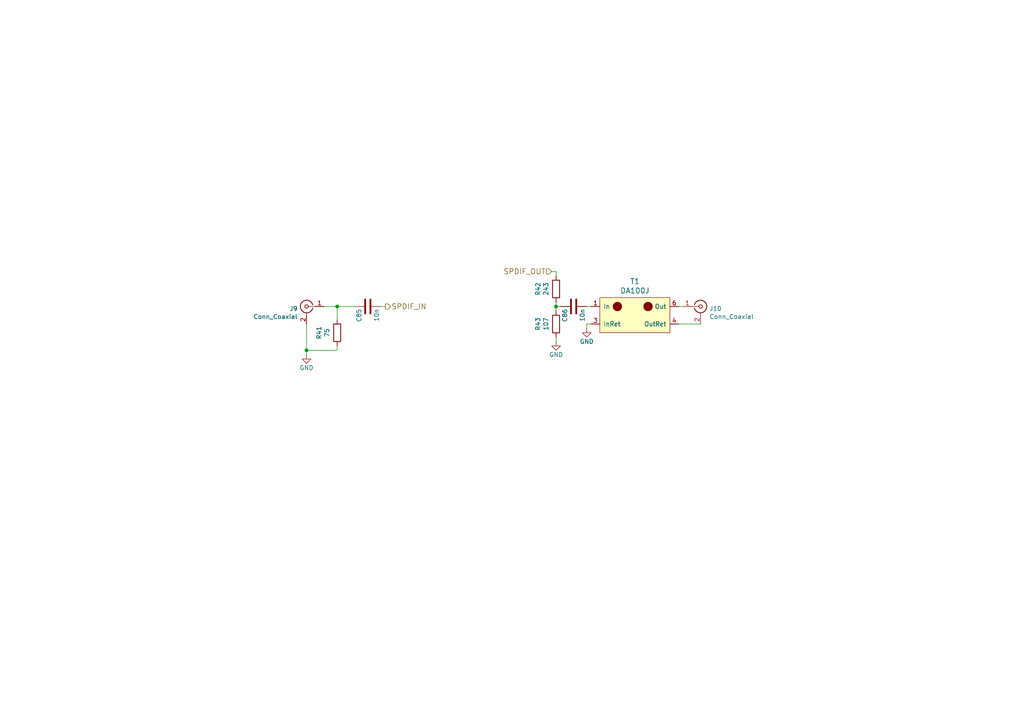
<source format=kicad_sch>
(kicad_sch (version 20211123) (generator eeschema)
  (paper "A4")
  (title_block (title "SPDIF") (date "2021-03-30") (rev "V0.1"))
  (lib_symbols
    (symbol "Connector:Conn_Coaxial" (pin_names (offset 1.016) hide)
      (property "Reference" "J" (at 0.254 3.048 0))
      (property "Value" "Conn_Coaxial" (at 2.921 0 90))
      (symbol "Conn_Coaxial_0_1"
        (arc (start -1.778 -0.508) (mid 0.222 -1.808) (end 1.778 0) (stroke (width 0.254)))
        (polyline (pts (xy -2.54 0) (xy -0.508 0)))
        (polyline (pts (xy 0 -2.54) (xy 0 -1.778)))
        (circle (center 0 0) (radius 0.508) (stroke (width 0.2032)))
        (arc (start 1.778 0) (mid 0.222 1.8083) (end -1.778 0.508) (stroke (width 0.254)))
      )
      (symbol "Conn_Coaxial_1_1"
        (pin passive line (at -5.08 0 0) (length 2.54) (name "In") (number "1"))
        (pin passive line (at 0 -5.08 90) (length 2.54) (name "Ext") (number "2"))
      )
    )
    (symbol "Device:C" (pin_numbers hide) (pin_names (offset 0.254))
      (property "Reference" "C" (at 0.635 2.54 0))
      (property "Value" "C" (at 0.635 -2.54 0))
      (symbol "C_0_1"
        (polyline (pts (xy -2.032 -0.762) (xy 2.032 -0.762)) (stroke (width 0.508)))
        (polyline (pts (xy -2.032 0.762) (xy 2.032 0.762)) (stroke (width 0.508)))
      )
      (symbol "C_1_1"
        (pin passive line (at 0 3.81 270) (length 2.794) (name "~") (number "1"))
        (pin passive line (at 0 -3.81 90) (length 2.794) (name "~") (number "2"))
      )
    )
    (symbol "Device:R" (pin_numbers hide) (pin_names (offset 0))
      (property "Reference" "R" (at 2.032 0 90))
      (property "Value" "R" (at 0 0 90))
      (symbol "R_0_1"
        (rectangle (start -1.016 -2.54) (end 1.016 2.54) (stroke (width 0.254)))
      )
      (symbol "R_1_1"
        (pin passive line (at 0 3.81 270) (length 1.27) (name "~") (number "1"))
        (pin passive line (at 0 -3.81 90) (length 1.27) (name "~") (number "2"))
      )
    )
    (symbol "power:GND" (power) (pin_names (offset 0))
      (property "Value" "GND" (at 0 -3.81 0))
      (symbol "GND_0_1"
        (polyline (pts (xy 0 0) (xy 0 -1.27) (xy 1.27 -1.27) (xy 0 -2.54) (xy -1.27 -1.27) (xy 0 -1.27)))
      )
      (symbol "GND_1_1"
        (pin power_in line (at 0 0 270) (length 0) hide (name "GND") (number "1"))
      )
    )
    (symbol "transformer_audio:DA100J" (pin_names (offset 1.016))
      (property "Reference" "T" (at 0 7.62 0))
      (property "Value" "DA100J" (at 0 10.16 0))
      (symbol "DA100J_0_1"
        (rectangle (start -10.16 5.08) (end 10.16 -5.08) (fill (type background)))
        (circle (center -5.08 2.54) (radius 1.27) (fill (type outline)))
        (circle (center 3.81 2.54) (radius 1.27) (fill (type outline)))
      )
      (symbol "DA100J_1_1"
        (pin input line (at -12.7 2.54 0) (length 2.54) (name "In") (number "1"))
        (pin input line (at -12.7 0 0) (length 2.54) hide (name "NC") (number "2"))
        (pin input line (at -12.7 -2.54 0) (length 2.54) (name "InRet") (number "3"))
        (pin output line (at 12.7 -2.54 180) (length 2.54) (name "OutRet") (number "4"))
        (pin output line (at 12.7 0 180) (length 2.54) hide (name "NC") (number "5"))
        (pin output line (at 12.7 2.54 180) (length 2.54) (name "Out") (number "6"))
      )
    )
  )
  (junction (at 161.29 88.9))
  (junction (at 88.9 101.6))
  (junction (at 97.79 88.9))
  (no_connect (at -11.43 134.62))
  (wire (pts (xy 161.29 97.79) (xy 161.29 99.06)))
  (wire (pts (xy 170.18 88.9) (xy 171.45 88.9)))
  (wire (pts (xy 88.9 93.98) (xy 88.9 101.6)))
  (wire (pts (xy 161.29 78.74) (xy 161.29 80.01)))
  (wire (pts (xy 97.79 101.6) (xy 97.79 100.33)))
  (wire (pts (xy 160.02 78.74) (xy 161.29 78.74)))
  (wire (pts (xy 161.29 87.63) (xy 161.29 88.9)))
  (wire (pts (xy 88.9 102.87) (xy 88.9 101.6)))
  (wire (pts (xy 102.87 88.9) (xy 97.79 88.9)))
  (wire (pts (xy 97.79 88.9) (xy 97.79 92.71)))
  (wire (pts (xy 198.12 88.9) (xy 196.85 88.9)))
  (wire (pts (xy 111.76 88.9) (xy 110.49 88.9)))
  (wire (pts (xy 196.85 93.98) (xy 203.2 93.98)))
  (wire (pts (xy 93.98 88.9) (xy 97.79 88.9)))
  (wire (pts (xy 170.18 95.25) (xy 170.18 93.98)))
  (wire (pts (xy 171.45 93.98) (xy 170.18 93.98)))
  (wire (pts (xy 88.9 101.6) (xy 97.79 101.6)))
  (wire (pts (xy 161.29 88.9) (xy 161.29 90.17)))
  (wire (pts (xy 161.29 88.9) (xy 162.56 88.9)))
  (hierarchical_label "SPDIF_IN" (shape output) (at 111.76 88.9 0) (effects (font (size 1.524 1.524))))
  (hierarchical_label "SPDIF_OUT" (shape input) (at 160.02 78.74 180) (effects (font (size 1.524 1.524))))
  (symbol (lib_id "Device:C") (at 106.68 88.9 90) (mirror x) (unit 1)
    (property "Reference" "C85" (at 104.14 89.535 0) (effects (justify left)))
    (property "Value" "10n" (at 109.22 89.535 0) (effects (justify left)))
    (property "Footprint" "Capacitor_SMD:C_0603_1608Metric_Pad1.08x0.95mm_HandSolder" (effects hide))
  )
  (symbol (lib_id "Device:R") (at 97.79 96.52 0) (unit 1)
    (property "Reference" "R41" (at 92.5322 96.52 90))
    (property "Value" "75" (at 94.8436 96.52 90))
    (property "Footprint" "Resistor_SMD:R_0603_1608Metric_Pad0.98x0.95mm_HandSolder" (effects hide))
  )
  (symbol (lib_id "transformer_audio:DA100J") (at 184.15 91.44 0) (unit 1)
    (property "Reference" "T1" (at 184.15 81.6102 0) (effects (font (size 1.524 1.524))))
    (property "Value" "DA100J" (at 184.15 84.3026 0) (effects (font (size 1.524 1.524))))
    (property "Footprint" "da100j:SOIC-6" (effects hide))
  )
  (symbol (lib_id "power:GND") (at 170.18 95.25 0) (unit 1)
    (property "Reference" "#PWR0105" (effects hide))
    (property "Value" "GND" (at 170.18 99.06 0))
  )
  (symbol (lib_id "Device:C") (at 166.37 88.9 90) (mirror x) (unit 1)
    (property "Reference" "C86" (at 163.83 89.535 0) (effects (justify left)))
    (property "Value" "10n" (at 168.91 89.535 0) (effects (justify left)))
    (property "Footprint" "Capacitor_SMD:C_0603_1608Metric_Pad1.08x0.95mm_HandSolder" (effects hide))
  )
  (symbol (lib_id "Device:R") (at 161.29 93.98 0) (unit 1)
    (property "Reference" "R43" (at 156.0322 93.98 90))
    (property "Value" "107" (at 158.3436 93.98 90))
    (property "Footprint" "Resistor_SMD:R_0603_1608Metric_Pad0.98x0.95mm_HandSolder" (effects hide))
  )
  (symbol (lib_id "Device:R") (at 161.29 83.82 0) (unit 1)
    (property "Reference" "R42" (at 156.0322 83.82 90))
    (property "Value" "243" (at 158.3436 83.82 90))
    (property "Footprint" "Resistor_SMD:R_0603_1608Metric_Pad0.98x0.95mm_HandSolder" (effects hide))
  )
  (symbol (lib_id "power:GND") (at 161.29 99.06 0) (unit 1)
    (property "Reference" "#PWR0104" (effects hide))
    (property "Value" "GND" (at 161.29 102.87 0))
  )
  (symbol (lib_id "Connector:Conn_Coaxial") (at 88.9 88.9 0) (mirror y) (unit 1)
    (property "Reference" "J9" (at 86.36 89.535 0) (effects (justify left)))
    (property "Value" "Conn_Coaxial" (at 86.36 91.8464 0) (effects (justify left)))
    (property "Footprint" "connectors_audio:cui_rcj_02x" (effects hide))
    (property "Datasheet" " ~" (effects hide))
  )
  (symbol (lib_id "Connector:Conn_Coaxial") (at 203.2 88.9 0) (unit 1)
    (property "Reference" "J10" (at 205.74 89.535 0) (effects (justify left)))
    (property "Value" "Conn_Coaxial" (at 205.74 91.8464 0) (effects (justify left)))
    (property "Footprint" "connectors_audio:cui_rcj_02x" (effects hide))
    (property "Datasheet" " ~" (effects hide))
  )
  (symbol (lib_id "power:GND") (at 88.9 102.87 0) (unit 1)
    (property "Reference" "#PWR0103" (effects hide))
    (property "Value" "GND" (at 88.9 106.68 0))
  )
)
</source>
